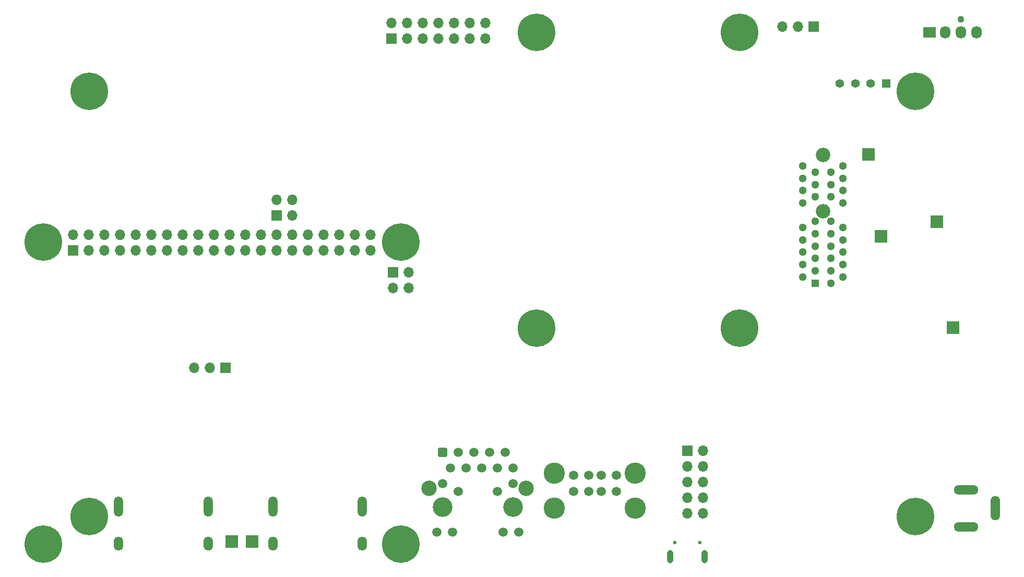
<source format=gbr>
G04 #@! TF.GenerationSoftware,KiCad,Pcbnew,(6.0.7)*
G04 #@! TF.CreationDate,2022-08-11T17:03:55+02:00*
G04 #@! TF.ProjectId,CM4IOv5,434d3449-4f76-4352-9e6b-696361645f70,rev?*
G04 #@! TF.SameCoordinates,Original*
G04 #@! TF.FileFunction,Soldermask,Bot*
G04 #@! TF.FilePolarity,Negative*
%FSLAX46Y46*%
G04 Gerber Fmt 4.6, Leading zero omitted, Abs format (unit mm)*
G04 Created by KiCad (PCBNEW (6.0.7)) date 2022-08-11 17:03:55*
%MOMM*%
%LPD*%
G01*
G04 APERTURE LIST*
G04 Aperture macros list*
%AMRoundRect*
0 Rectangle with rounded corners*
0 $1 Rounding radius*
0 $2 $3 $4 $5 $6 $7 $8 $9 X,Y pos of 4 corners*
0 Add a 4 corners polygon primitive as box body*
4,1,4,$2,$3,$4,$5,$6,$7,$8,$9,$2,$3,0*
0 Add four circle primitives for the rounded corners*
1,1,$1+$1,$2,$3*
1,1,$1+$1,$4,$5*
1,1,$1+$1,$6,$7*
1,1,$1+$1,$8,$9*
0 Add four rect primitives between the rounded corners*
20,1,$1+$1,$2,$3,$4,$5,0*
20,1,$1+$1,$4,$5,$6,$7,0*
20,1,$1+$1,$6,$7,$8,$9,0*
20,1,$1+$1,$8,$9,$2,$3,0*%
G04 Aperture macros list end*
%ADD10R,1.700000X1.700000*%
%ADD11O,1.700000X1.700000*%
%ADD12C,0.600000*%
%ADD13O,1.000000X2.150000*%
%ADD14O,4.000000X1.500000*%
%ADD15O,1.500000X4.000000*%
%ADD16C,3.200000*%
%ADD17RoundRect,0.250500X-0.499500X-0.499500X0.499500X-0.499500X0.499500X0.499500X-0.499500X0.499500X0*%
%ADD18C,1.500000*%
%ADD19C,2.500000*%
%ADD20O,1.500000X3.300000*%
%ADD21O,1.500000X2.300000*%
%ADD22C,3.450000*%
%ADD23C,1.100000*%
%ADD24R,2.030000X1.730000*%
%ADD25O,1.730000X2.030000*%
%ADD26C,6.100000*%
%ADD27R,1.408000X1.408000*%
%ADD28C,1.408000*%
%ADD29C,2.350000*%
%ADD30R,1.300000X1.300000*%
%ADD31C,1.300000*%
%ADD32R,2.000000X2.000000*%
G04 APERTURE END LIST*
D10*
X112075000Y-127900000D03*
D11*
X109535000Y-127900000D03*
X106995000Y-127900000D03*
D10*
X87370000Y-108820000D03*
D11*
X87370000Y-106280000D03*
X89910000Y-108820000D03*
X89910000Y-106280000D03*
X92450000Y-108820000D03*
X92450000Y-106280000D03*
X94990000Y-108820000D03*
X94990000Y-106280000D03*
X97530000Y-108820000D03*
X97530000Y-106280000D03*
X100070000Y-108820000D03*
X100070000Y-106280000D03*
X102610000Y-108820000D03*
X102610000Y-106280000D03*
X105150000Y-108820000D03*
X105150000Y-106280000D03*
X107690000Y-108820000D03*
X107690000Y-106280000D03*
X110230000Y-108820000D03*
X110230000Y-106280000D03*
X112770000Y-108820000D03*
X112770000Y-106280000D03*
X115310000Y-108820000D03*
X115310000Y-106280000D03*
X117850000Y-108820000D03*
X117850000Y-106280000D03*
X120390000Y-108820000D03*
X120390000Y-106280000D03*
X122930000Y-108820000D03*
X122930000Y-106280000D03*
X125470000Y-108820000D03*
X125470000Y-106280000D03*
X128010000Y-108820000D03*
X128010000Y-106280000D03*
X130550000Y-108820000D03*
X130550000Y-106280000D03*
X133090000Y-108820000D03*
X133090000Y-106280000D03*
X135630000Y-108820000D03*
X135630000Y-106280000D03*
D10*
X187000000Y-141400000D03*
D11*
X189540000Y-141400000D03*
X187000000Y-143940000D03*
X189540000Y-143940000D03*
X187000000Y-146480000D03*
X189540000Y-146480000D03*
X187000000Y-149020000D03*
X189540000Y-149020000D03*
X187000000Y-151560000D03*
X189540000Y-151560000D03*
D10*
X139230000Y-112370000D03*
D11*
X141770000Y-112370000D03*
X139230000Y-114910000D03*
X141770000Y-114910000D03*
D12*
X189000000Y-156300000D03*
X185000000Y-156300000D03*
D13*
X184175000Y-158550000D03*
X189825000Y-158550000D03*
D14*
X232250000Y-147700000D03*
X232250000Y-153700000D03*
D15*
X236950000Y-150700000D03*
D16*
X147285000Y-150500000D03*
X158715000Y-150500000D03*
D17*
X147285000Y-141610000D03*
D18*
X148555000Y-144150000D03*
X149825000Y-141610000D03*
X151095000Y-144150000D03*
X152365000Y-141610000D03*
X153635000Y-144150000D03*
X154905000Y-141610000D03*
X156175000Y-144150000D03*
X157445000Y-141610000D03*
X158715000Y-144150000D03*
X147285000Y-146670000D03*
X149825000Y-147940000D03*
X156175000Y-147940000D03*
X158715000Y-146670000D03*
X146370000Y-154560000D03*
X148910000Y-154560000D03*
X157090000Y-154560000D03*
X159630000Y-154560000D03*
D19*
X145125000Y-147450000D03*
X160875000Y-147450000D03*
D20*
X134250000Y-150450000D03*
X119750000Y-150450000D03*
D21*
X119750000Y-156410000D03*
X134250000Y-156410000D03*
D20*
X109250000Y-150450000D03*
X94750000Y-150450000D03*
D21*
X94750000Y-156410000D03*
X109250000Y-156410000D03*
D18*
X168500000Y-145370000D03*
X171000000Y-145370000D03*
X173000000Y-145370000D03*
X175500000Y-145370000D03*
X168500000Y-147990000D03*
X171000000Y-147990000D03*
X173000000Y-147990000D03*
X175500000Y-147990000D03*
D22*
X165430000Y-150700000D03*
X178570000Y-150700000D03*
X165430000Y-145020000D03*
X178570000Y-145020000D03*
D23*
X231380000Y-71340000D03*
D24*
X226300000Y-73500000D03*
D25*
X228840000Y-73500000D03*
X231380000Y-73500000D03*
X233920000Y-73500000D03*
D26*
X90000000Y-152000000D03*
X82500000Y-156500000D03*
X82500000Y-107500000D03*
X140500000Y-156500000D03*
X140500000Y-107500000D03*
X224000000Y-83000000D03*
X90000000Y-83000000D03*
X224000000Y-152000000D03*
D27*
X219250000Y-81750000D03*
D28*
X216750000Y-81750000D03*
X214250000Y-81750000D03*
X211750000Y-81750000D03*
D10*
X120400000Y-103200000D03*
D11*
X120400000Y-100660000D03*
X122940000Y-103200000D03*
X122940000Y-100660000D03*
D10*
X139000000Y-74500000D03*
D11*
X139000000Y-71960000D03*
X141540000Y-74500000D03*
X141540000Y-71960000D03*
X144080000Y-74500000D03*
X144080000Y-71960000D03*
X146620000Y-74500000D03*
X146620000Y-71960000D03*
X149160000Y-74500000D03*
X149160000Y-71960000D03*
X151700000Y-74500000D03*
X151700000Y-71960000D03*
X154240000Y-74500000D03*
X154240000Y-71960000D03*
D10*
X207500000Y-72500000D03*
D11*
X204960000Y-72500000D03*
X202420000Y-72500000D03*
D29*
X209000000Y-102500000D03*
X209000000Y-93350000D03*
D30*
X207750000Y-114150000D03*
D31*
X205750000Y-113150000D03*
X207750000Y-112150000D03*
X205750000Y-111150000D03*
X207750000Y-110150000D03*
X205750000Y-109150000D03*
X207750000Y-108150000D03*
X205750000Y-107150000D03*
X207750000Y-106150000D03*
X205750000Y-105150000D03*
X207750000Y-104150000D03*
X205750000Y-101150000D03*
X207750000Y-100150000D03*
X205750000Y-99150000D03*
X207750000Y-98150000D03*
X205750000Y-97150000D03*
X207750000Y-96150000D03*
X205750000Y-95150000D03*
X210250000Y-114150000D03*
X212250000Y-113150000D03*
X210250000Y-112150000D03*
X212250000Y-111150000D03*
X210250000Y-110150000D03*
X212250000Y-109150000D03*
X210250000Y-108150000D03*
X212250000Y-107150000D03*
X210250000Y-106150000D03*
X212250000Y-105150000D03*
X210250000Y-104150000D03*
X212250000Y-101150000D03*
X210250000Y-100150000D03*
X212250000Y-99150000D03*
X210250000Y-98150000D03*
X212250000Y-97150000D03*
X210250000Y-96150000D03*
X212250000Y-95150000D03*
D26*
X195500000Y-73500000D03*
X162500000Y-121500000D03*
X162500000Y-73500000D03*
X195500000Y-121500000D03*
D32*
X218450000Y-106600000D03*
X227450000Y-104200000D03*
X230100000Y-121350000D03*
X216400000Y-93300000D03*
X116411606Y-156100000D03*
X113100000Y-156100000D03*
M02*

</source>
